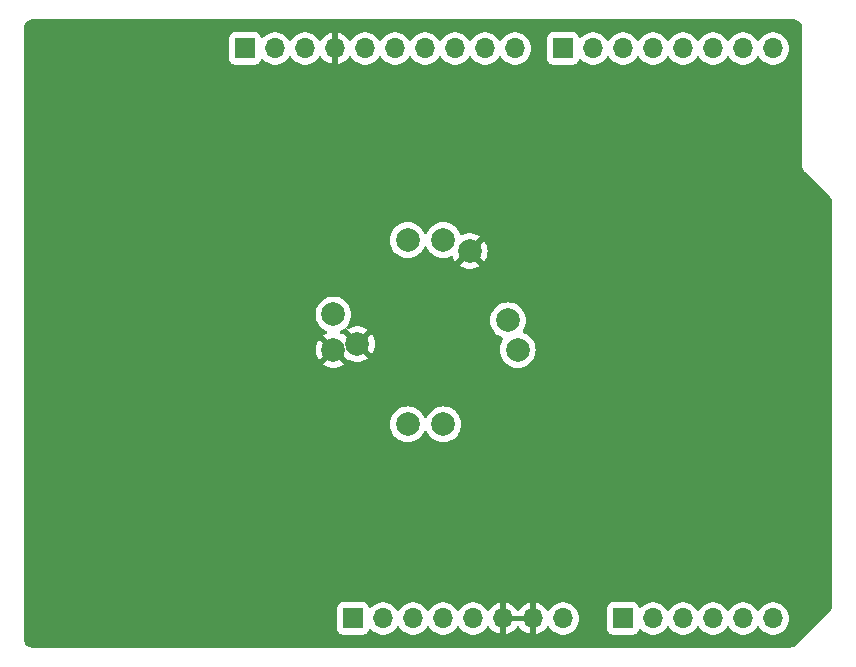
<source format=gbr>
%TF.GenerationSoftware,KiCad,Pcbnew,8.0.1-8.0.1-0~ubuntu23.10.1*%
%TF.CreationDate,2024-04-27T14:30:10-04:00*%
%TF.ProjectId,NavShield,4e617653-6869-4656-9c64-2e6b69636164,rev?*%
%TF.SameCoordinates,Original*%
%TF.FileFunction,Copper,L2,Bot*%
%TF.FilePolarity,Positive*%
%FSLAX46Y46*%
G04 Gerber Fmt 4.6, Leading zero omitted, Abs format (unit mm)*
G04 Created by KiCad (PCBNEW 8.0.1-8.0.1-0~ubuntu23.10.1) date 2024-04-27 14:30:10*
%MOMM*%
%LPD*%
G01*
G04 APERTURE LIST*
%TA.AperFunction,ComponentPad*%
%ADD10C,2.000000*%
%TD*%
%TA.AperFunction,ComponentPad*%
%ADD11R,1.700000X1.700000*%
%TD*%
%TA.AperFunction,ComponentPad*%
%ADD12O,1.700000X1.700000*%
%TD*%
%TA.AperFunction,ViaPad*%
%ADD13C,0.600000*%
%TD*%
G04 APERTURE END LIST*
D10*
%TO.P,SW101,10,GND*%
%TO.N,GND*%
X37830000Y33640000D03*
%TO.P,SW101,9,COM*%
X28300000Y25780000D03*
%TO.P,SW101,8,SEL*%
%TO.N,Net-(SW101B-SEL)*%
X41060000Y27780000D03*
%TO.P,SW101,7,DWN*%
%TO.N,Net-(SW101B-DWN)*%
X26280000Y28280000D03*
%TO.P,SW101,6,RGT*%
%TO.N,Net-(SW101B-RGT)*%
X32580000Y18980000D03*
%TO.P,SW101,5,LFT*%
%TO.N,Net-(SW101B-LFT)*%
X35580000Y34580000D03*
%TO.P,SW101,4,UP*%
%TO.N,Net-(SW101B-UP)*%
X41880000Y25280000D03*
%TO.P,SW101,3,B*%
%TO.N,Net-(SW101A-B)*%
X32580000Y34580000D03*
%TO.P,SW101,2,C*%
%TO.N,GND*%
X26280000Y25280000D03*
%TO.P,SW101,1,A*%
%TO.N,Net-(SW101A-A)*%
X35580000Y18980000D03*
%TD*%
D11*
%TO.P,J1,1,Pin_1*%
%TO.N,unconnected-(J1-Pin_1-Pad1)*%
X27940000Y2540000D03*
D12*
%TO.P,J1,2,Pin_2*%
%TO.N,/IOREF*%
X30480000Y2540000D03*
%TO.P,J1,3,Pin_3*%
%TO.N,/~{RESET}*%
X33020000Y2540000D03*
%TO.P,J1,4,Pin_4*%
%TO.N,+3V3*%
X35560000Y2540000D03*
%TO.P,J1,5,Pin_5*%
%TO.N,+5V*%
X38100000Y2540000D03*
%TO.P,J1,6,Pin_6*%
%TO.N,GND*%
X40640000Y2540000D03*
%TO.P,J1,7,Pin_7*%
X43180000Y2540000D03*
%TO.P,J1,8,Pin_8*%
%TO.N,VCC*%
X45720000Y2540000D03*
%TD*%
D11*
%TO.P,J3,1,Pin_1*%
%TO.N,/A0*%
X50800000Y2540000D03*
D12*
%TO.P,J3,2,Pin_2*%
%TO.N,/A1*%
X53340000Y2540000D03*
%TO.P,J3,3,Pin_3*%
%TO.N,/A2*%
X55880000Y2540000D03*
%TO.P,J3,4,Pin_4*%
%TO.N,/A3*%
X58420000Y2540000D03*
%TO.P,J3,5,Pin_5*%
%TO.N,unconnected-(J3-Pin_5-Pad5)*%
X60960000Y2540000D03*
%TO.P,J3,6,Pin_6*%
%TO.N,unconnected-(J3-Pin_6-Pad6)*%
X63500000Y2540000D03*
%TD*%
D11*
%TO.P,J2,1,Pin_1*%
%TO.N,/SCL{slash}A5*%
X18796000Y50800000D03*
D12*
%TO.P,J2,2,Pin_2*%
%TO.N,/SDA{slash}A4*%
X21336000Y50800000D03*
%TO.P,J2,3,Pin_3*%
%TO.N,/AREF*%
X23876000Y50800000D03*
%TO.P,J2,4,Pin_4*%
%TO.N,GND*%
X26416000Y50800000D03*
%TO.P,J2,5,Pin_5*%
%TO.N,/13*%
X28956000Y50800000D03*
%TO.P,J2,6,Pin_6*%
%TO.N,/12*%
X31496000Y50800000D03*
%TO.P,J2,7,Pin_7*%
%TO.N,/\u002A11*%
X34036000Y50800000D03*
%TO.P,J2,8,Pin_8*%
%TO.N,/\u002A10*%
X36576000Y50800000D03*
%TO.P,J2,9,Pin_9*%
%TO.N,/\u002A9*%
X39116000Y50800000D03*
%TO.P,J2,10,Pin_10*%
%TO.N,/8*%
X41656000Y50800000D03*
%TD*%
D11*
%TO.P,J4,1,Pin_1*%
%TO.N,/7*%
X45720000Y50800000D03*
D12*
%TO.P,J4,2,Pin_2*%
%TO.N,/\u002A6*%
X48260000Y50800000D03*
%TO.P,J4,3,Pin_3*%
%TO.N,/\u002A5*%
X50800000Y50800000D03*
%TO.P,J4,4,Pin_4*%
%TO.N,/4*%
X53340000Y50800000D03*
%TO.P,J4,5,Pin_5*%
%TO.N,/\u002A3*%
X55880000Y50800000D03*
%TO.P,J4,6,Pin_6*%
%TO.N,/2*%
X58420000Y50800000D03*
%TO.P,J4,7,Pin_7*%
%TO.N,/TX{slash}1*%
X60960000Y50800000D03*
%TO.P,J4,8,Pin_8*%
%TO.N,/RX{slash}0*%
X63500000Y50800000D03*
%TD*%
D13*
%TO.N,GND*%
X34100000Y17300000D03*
X34100000Y36200000D03*
X43700000Y48400000D03*
X47000000Y48400000D03*
X49600000Y48400000D03*
X52100000Y48400000D03*
X43600000Y26500000D03*
%TD*%
%TA.AperFunction,Conductor*%
%TO.N,GND*%
G36*
X42714075Y2732993D02*
G01*
X42680000Y2605826D01*
X42680000Y2474174D01*
X42714075Y2347007D01*
X42746988Y2290000D01*
X41073012Y2290000D01*
X41105925Y2347007D01*
X41140000Y2474174D01*
X41140000Y2605826D01*
X41105925Y2732993D01*
X41073012Y2790000D01*
X42746988Y2790000D01*
X42714075Y2732993D01*
G37*
%TD.AperFunction*%
%TA.AperFunction,Conductor*%
G36*
X27358380Y27121889D02*
G01*
X27410857Y27075759D01*
X27430063Y27008581D01*
X27429892Y27003660D01*
X28170590Y26262963D01*
X28107007Y26245925D01*
X27992993Y26180099D01*
X27899901Y26087007D01*
X27834075Y25972993D01*
X27817037Y25909410D01*
X27076562Y26649885D01*
X27061757Y26648349D01*
X27039800Y26629611D01*
X26970569Y26620190D01*
X26930125Y26633736D01*
X26884614Y26658365D01*
X26884604Y26658370D01*
X26878721Y26660389D01*
X26821706Y26700774D01*
X26795575Y26765574D01*
X26808626Y26834214D01*
X26856715Y26884901D01*
X26871532Y26892231D01*
X26966959Y26931758D01*
X26966960Y26931759D01*
X26966963Y26931760D01*
X27169416Y27055824D01*
X27225536Y27103756D01*
X27289294Y27132326D01*
X27358380Y27121889D01*
G37*
%TD.AperFunction*%
%TA.AperFunction,Conductor*%
G36*
X65284061Y53263903D02*
G01*
X65399777Y53252506D01*
X65423612Y53247766D01*
X65529037Y53215785D01*
X65551476Y53206490D01*
X65648629Y53154561D01*
X65668839Y53141057D01*
X65753988Y53071177D01*
X65771176Y53053989D01*
X65841056Y52968840D01*
X65854561Y52948628D01*
X65906486Y52851483D01*
X65915786Y52829032D01*
X65942625Y52740555D01*
X65947763Y52723619D01*
X65952505Y52699779D01*
X65963903Y52584063D01*
X65964500Y52571908D01*
X65964500Y40928568D01*
X65964520Y40928360D01*
X65964519Y40889722D01*
X65985136Y40759519D01*
X65985137Y40759515D01*
X66006773Y40692918D01*
X66025867Y40634146D01*
X66085710Y40516688D01*
X66085712Y40516685D01*
X66085716Y40516678D01*
X66163185Y40410045D01*
X66163191Y40410038D01*
X66209796Y40363431D01*
X66209797Y40363430D01*
X66244580Y40328645D01*
X66244586Y40328641D01*
X68299118Y38274109D01*
X68307285Y38265099D01*
X68381056Y38175202D01*
X68394549Y38155007D01*
X68446476Y38057849D01*
X68455775Y38035398D01*
X68487748Y37929984D01*
X68492489Y37906142D01*
X68503902Y37790213D01*
X68504499Y37778061D01*
X68504498Y37735185D01*
X68504500Y37735176D01*
X68504500Y3656602D01*
X68504498Y3656584D01*
X68504499Y3623717D01*
X68503902Y3611563D01*
X68492510Y3495860D01*
X68487768Y3472014D01*
X68455792Y3366604D01*
X68446488Y3344145D01*
X68394566Y3247009D01*
X68381057Y3226793D01*
X68307244Y3136863D01*
X68299081Y3127856D01*
X68286091Y3114865D01*
X68286090Y3114866D01*
X68286085Y3114859D01*
X65452109Y280883D01*
X65443089Y272708D01*
X65353210Y198952D01*
X65332999Y185448D01*
X65235853Y133526D01*
X65213395Y124224D01*
X65107986Y92252D01*
X65084143Y87511D01*
X64968212Y76098D01*
X64956060Y75501D01*
X64913185Y75502D01*
X64913175Y75500D01*
X768093Y75500D01*
X755939Y76097D01*
X747995Y76880D01*
X640221Y87495D01*
X616381Y92237D01*
X599445Y97375D01*
X510968Y124214D01*
X488517Y133514D01*
X391372Y185439D01*
X371160Y198944D01*
X286011Y268824D01*
X268823Y286012D01*
X198943Y371161D01*
X185438Y391373D01*
X133510Y488524D01*
X124215Y510963D01*
X92234Y616388D01*
X87494Y640223D01*
X76097Y755939D01*
X75500Y768093D01*
X75500Y1641346D01*
X26581500Y1641346D01*
X26588011Y1580798D01*
X26588011Y1580796D01*
X26639111Y1443796D01*
X26726739Y1326739D01*
X26843796Y1239111D01*
X26980799Y1188011D01*
X27008050Y1185082D01*
X27041345Y1181501D01*
X27041362Y1181500D01*
X28838638Y1181500D01*
X28838654Y1181501D01*
X28865692Y1184409D01*
X28899201Y1188011D01*
X29036204Y1239111D01*
X29153261Y1326739D01*
X29240889Y1443796D01*
X29286138Y1565113D01*
X29328009Y1621044D01*
X29393474Y1645461D01*
X29461746Y1630609D01*
X29493545Y1605764D01*
X29556760Y1537094D01*
X29734424Y1398811D01*
X29734425Y1398811D01*
X29734427Y1398809D01*
X29794314Y1366400D01*
X29932426Y1291658D01*
X30145365Y1218556D01*
X30367431Y1181500D01*
X30592569Y1181500D01*
X30814635Y1218556D01*
X31027574Y1291658D01*
X31225576Y1398811D01*
X31403240Y1537094D01*
X31524594Y1668918D01*
X31555715Y1702724D01*
X31555715Y1702725D01*
X31555722Y1702732D01*
X31646193Y1841210D01*
X31699338Y1886563D01*
X31768569Y1895987D01*
X31831905Y1866485D01*
X31853804Y1841213D01*
X31944278Y1702732D01*
X31944283Y1702727D01*
X31944284Y1702724D01*
X32070968Y1565111D01*
X32096760Y1537094D01*
X32274424Y1398811D01*
X32274425Y1398811D01*
X32274427Y1398809D01*
X32334314Y1366400D01*
X32472426Y1291658D01*
X32685365Y1218556D01*
X32907431Y1181500D01*
X33132569Y1181500D01*
X33354635Y1218556D01*
X33567574Y1291658D01*
X33765576Y1398811D01*
X33943240Y1537094D01*
X34064594Y1668918D01*
X34095715Y1702724D01*
X34095715Y1702725D01*
X34095722Y1702732D01*
X34186193Y1841210D01*
X34239338Y1886563D01*
X34308569Y1895987D01*
X34371905Y1866485D01*
X34393804Y1841213D01*
X34484278Y1702732D01*
X34484283Y1702727D01*
X34484284Y1702724D01*
X34610968Y1565111D01*
X34636760Y1537094D01*
X34814424Y1398811D01*
X34814425Y1398811D01*
X34814427Y1398809D01*
X34874314Y1366400D01*
X35012426Y1291658D01*
X35225365Y1218556D01*
X35447431Y1181500D01*
X35672569Y1181500D01*
X35894635Y1218556D01*
X36107574Y1291658D01*
X36305576Y1398811D01*
X36483240Y1537094D01*
X36604594Y1668918D01*
X36635715Y1702724D01*
X36635715Y1702725D01*
X36635722Y1702732D01*
X36726193Y1841210D01*
X36779338Y1886563D01*
X36848569Y1895987D01*
X36911905Y1866485D01*
X36933804Y1841213D01*
X37024278Y1702732D01*
X37024283Y1702727D01*
X37024284Y1702724D01*
X37150968Y1565111D01*
X37176760Y1537094D01*
X37354424Y1398811D01*
X37354425Y1398811D01*
X37354427Y1398809D01*
X37414314Y1366400D01*
X37552426Y1291658D01*
X37765365Y1218556D01*
X37987431Y1181500D01*
X38212569Y1181500D01*
X38434635Y1218556D01*
X38647574Y1291658D01*
X38845576Y1398811D01*
X39023240Y1537094D01*
X39144594Y1668918D01*
X39175715Y1702724D01*
X39175715Y1702725D01*
X39175722Y1702732D01*
X39269749Y1846653D01*
X39322894Y1892006D01*
X39392125Y1901430D01*
X39455461Y1871928D01*
X39475130Y1849952D01*
X39601890Y1668922D01*
X39768917Y1501895D01*
X39962421Y1366400D01*
X40176507Y1266571D01*
X40176516Y1266567D01*
X40390000Y1209366D01*
X40390000Y2106988D01*
X40447007Y2074075D01*
X40574174Y2040000D01*
X40705826Y2040000D01*
X40832993Y2074075D01*
X40890000Y2106988D01*
X40890000Y1209367D01*
X41103483Y1266567D01*
X41103492Y1266571D01*
X41317578Y1366400D01*
X41511082Y1501895D01*
X41678105Y1668918D01*
X41808425Y1855032D01*
X41863002Y1898656D01*
X41932501Y1905849D01*
X41994855Y1874327D01*
X42011575Y1855032D01*
X42141894Y1668918D01*
X42308917Y1501895D01*
X42502421Y1366400D01*
X42716507Y1266571D01*
X42716516Y1266567D01*
X42930000Y1209366D01*
X42930000Y2106988D01*
X42987007Y2074075D01*
X43114174Y2040000D01*
X43245826Y2040000D01*
X43372993Y2074075D01*
X43430000Y2106988D01*
X43430000Y1209367D01*
X43643483Y1266567D01*
X43643492Y1266571D01*
X43857578Y1366400D01*
X44051082Y1501895D01*
X44218105Y1668918D01*
X44344868Y1849952D01*
X44399445Y1893577D01*
X44468944Y1900769D01*
X44531298Y1869247D01*
X44550251Y1846650D01*
X44644276Y1702735D01*
X44644284Y1702724D01*
X44770968Y1565111D01*
X44796760Y1537094D01*
X44974424Y1398811D01*
X44974425Y1398811D01*
X44974427Y1398809D01*
X45034314Y1366400D01*
X45172426Y1291658D01*
X45385365Y1218556D01*
X45607431Y1181500D01*
X45832569Y1181500D01*
X46054635Y1218556D01*
X46267574Y1291658D01*
X46465576Y1398811D01*
X46643240Y1537094D01*
X46739212Y1641346D01*
X49441500Y1641346D01*
X49448011Y1580798D01*
X49448011Y1580796D01*
X49499111Y1443796D01*
X49586739Y1326739D01*
X49703796Y1239111D01*
X49840799Y1188011D01*
X49868050Y1185082D01*
X49901345Y1181501D01*
X49901362Y1181500D01*
X51698638Y1181500D01*
X51698654Y1181501D01*
X51725692Y1184409D01*
X51759201Y1188011D01*
X51896204Y1239111D01*
X52013261Y1326739D01*
X52100889Y1443796D01*
X52146138Y1565113D01*
X52188009Y1621044D01*
X52253474Y1645461D01*
X52321746Y1630609D01*
X52353545Y1605764D01*
X52416760Y1537094D01*
X52594424Y1398811D01*
X52594425Y1398811D01*
X52594427Y1398809D01*
X52654314Y1366400D01*
X52792426Y1291658D01*
X53005365Y1218556D01*
X53227431Y1181500D01*
X53452569Y1181500D01*
X53674635Y1218556D01*
X53887574Y1291658D01*
X54085576Y1398811D01*
X54263240Y1537094D01*
X54384594Y1668918D01*
X54415715Y1702724D01*
X54415715Y1702725D01*
X54415722Y1702732D01*
X54506193Y1841210D01*
X54559338Y1886563D01*
X54628569Y1895987D01*
X54691905Y1866485D01*
X54713804Y1841213D01*
X54804278Y1702732D01*
X54804283Y1702727D01*
X54804284Y1702724D01*
X54930968Y1565111D01*
X54956760Y1537094D01*
X55134424Y1398811D01*
X55134425Y1398811D01*
X55134427Y1398809D01*
X55194314Y1366400D01*
X55332426Y1291658D01*
X55545365Y1218556D01*
X55767431Y1181500D01*
X55992569Y1181500D01*
X56214635Y1218556D01*
X56427574Y1291658D01*
X56625576Y1398811D01*
X56803240Y1537094D01*
X56924594Y1668918D01*
X56955715Y1702724D01*
X56955715Y1702725D01*
X56955722Y1702732D01*
X57046193Y1841210D01*
X57099338Y1886563D01*
X57168569Y1895987D01*
X57231905Y1866485D01*
X57253804Y1841213D01*
X57344278Y1702732D01*
X57344283Y1702727D01*
X57344284Y1702724D01*
X57470968Y1565111D01*
X57496760Y1537094D01*
X57674424Y1398811D01*
X57674425Y1398811D01*
X57674427Y1398809D01*
X57734314Y1366400D01*
X57872426Y1291658D01*
X58085365Y1218556D01*
X58307431Y1181500D01*
X58532569Y1181500D01*
X58754635Y1218556D01*
X58967574Y1291658D01*
X59165576Y1398811D01*
X59343240Y1537094D01*
X59464594Y1668918D01*
X59495715Y1702724D01*
X59495715Y1702725D01*
X59495722Y1702732D01*
X59586193Y1841210D01*
X59639338Y1886563D01*
X59708569Y1895987D01*
X59771905Y1866485D01*
X59793804Y1841213D01*
X59884278Y1702732D01*
X59884283Y1702727D01*
X59884284Y1702724D01*
X60010968Y1565111D01*
X60036760Y1537094D01*
X60214424Y1398811D01*
X60214425Y1398811D01*
X60214427Y1398809D01*
X60274314Y1366400D01*
X60412426Y1291658D01*
X60625365Y1218556D01*
X60847431Y1181500D01*
X61072569Y1181500D01*
X61294635Y1218556D01*
X61507574Y1291658D01*
X61705576Y1398811D01*
X61883240Y1537094D01*
X62004594Y1668918D01*
X62035715Y1702724D01*
X62035715Y1702725D01*
X62035722Y1702732D01*
X62126193Y1841210D01*
X62179338Y1886563D01*
X62248569Y1895987D01*
X62311905Y1866485D01*
X62333804Y1841213D01*
X62424278Y1702732D01*
X62424283Y1702727D01*
X62424284Y1702724D01*
X62550968Y1565111D01*
X62576760Y1537094D01*
X62754424Y1398811D01*
X62754425Y1398811D01*
X62754427Y1398809D01*
X62814314Y1366400D01*
X62952426Y1291658D01*
X63165365Y1218556D01*
X63387431Y1181500D01*
X63612569Y1181500D01*
X63834635Y1218556D01*
X64047574Y1291658D01*
X64245576Y1398811D01*
X64423240Y1537094D01*
X64544594Y1668918D01*
X64575715Y1702724D01*
X64575717Y1702727D01*
X64575722Y1702732D01*
X64698860Y1891209D01*
X64789296Y2097384D01*
X64844564Y2315632D01*
X64847164Y2347007D01*
X64863156Y2539995D01*
X64863156Y2540006D01*
X64844565Y2764360D01*
X64844563Y2764372D01*
X64789296Y2982615D01*
X64779071Y3005925D01*
X64698860Y3188791D01*
X64682706Y3213516D01*
X64575723Y3377266D01*
X64575715Y3377277D01*
X64423243Y3542903D01*
X64423238Y3542908D01*
X64245577Y3681188D01*
X64245572Y3681192D01*
X64047580Y3788339D01*
X64047577Y3788341D01*
X64047574Y3788342D01*
X64047571Y3788343D01*
X64047569Y3788344D01*
X63834637Y3861444D01*
X63612569Y3898500D01*
X63387431Y3898500D01*
X63165362Y3861444D01*
X62952430Y3788344D01*
X62952419Y3788339D01*
X62754427Y3681192D01*
X62754422Y3681188D01*
X62576761Y3542908D01*
X62576756Y3542903D01*
X62424284Y3377277D01*
X62424276Y3377266D01*
X62333808Y3238794D01*
X62280662Y3193438D01*
X62211431Y3184014D01*
X62148095Y3213516D01*
X62126192Y3238794D01*
X62035723Y3377266D01*
X62035715Y3377277D01*
X61883243Y3542903D01*
X61883238Y3542908D01*
X61705577Y3681188D01*
X61705572Y3681192D01*
X61507580Y3788339D01*
X61507577Y3788341D01*
X61507574Y3788342D01*
X61507571Y3788343D01*
X61507569Y3788344D01*
X61294637Y3861444D01*
X61072569Y3898500D01*
X60847431Y3898500D01*
X60625362Y3861444D01*
X60412430Y3788344D01*
X60412419Y3788339D01*
X60214427Y3681192D01*
X60214422Y3681188D01*
X60036761Y3542908D01*
X60036756Y3542903D01*
X59884284Y3377277D01*
X59884276Y3377266D01*
X59793808Y3238794D01*
X59740662Y3193438D01*
X59671431Y3184014D01*
X59608095Y3213516D01*
X59586192Y3238794D01*
X59495723Y3377266D01*
X59495715Y3377277D01*
X59343243Y3542903D01*
X59343238Y3542908D01*
X59165577Y3681188D01*
X59165572Y3681192D01*
X58967580Y3788339D01*
X58967577Y3788341D01*
X58967574Y3788342D01*
X58967571Y3788343D01*
X58967569Y3788344D01*
X58754637Y3861444D01*
X58532569Y3898500D01*
X58307431Y3898500D01*
X58085362Y3861444D01*
X57872430Y3788344D01*
X57872419Y3788339D01*
X57674427Y3681192D01*
X57674422Y3681188D01*
X57496761Y3542908D01*
X57496756Y3542903D01*
X57344284Y3377277D01*
X57344276Y3377266D01*
X57253808Y3238794D01*
X57200662Y3193438D01*
X57131431Y3184014D01*
X57068095Y3213516D01*
X57046192Y3238794D01*
X56955723Y3377266D01*
X56955715Y3377277D01*
X56803243Y3542903D01*
X56803238Y3542908D01*
X56625577Y3681188D01*
X56625572Y3681192D01*
X56427580Y3788339D01*
X56427577Y3788341D01*
X56427574Y3788342D01*
X56427571Y3788343D01*
X56427569Y3788344D01*
X56214637Y3861444D01*
X55992569Y3898500D01*
X55767431Y3898500D01*
X55545362Y3861444D01*
X55332430Y3788344D01*
X55332419Y3788339D01*
X55134427Y3681192D01*
X55134422Y3681188D01*
X54956761Y3542908D01*
X54956756Y3542903D01*
X54804284Y3377277D01*
X54804276Y3377266D01*
X54713808Y3238794D01*
X54660662Y3193438D01*
X54591431Y3184014D01*
X54528095Y3213516D01*
X54506192Y3238794D01*
X54415723Y3377266D01*
X54415715Y3377277D01*
X54263243Y3542903D01*
X54263238Y3542908D01*
X54085577Y3681188D01*
X54085572Y3681192D01*
X53887580Y3788339D01*
X53887577Y3788341D01*
X53887574Y3788342D01*
X53887571Y3788343D01*
X53887569Y3788344D01*
X53674637Y3861444D01*
X53452569Y3898500D01*
X53227431Y3898500D01*
X53005362Y3861444D01*
X52792430Y3788344D01*
X52792419Y3788339D01*
X52594427Y3681192D01*
X52594422Y3681188D01*
X52416761Y3542908D01*
X52353548Y3474240D01*
X52293661Y3438250D01*
X52223823Y3440351D01*
X52166207Y3479876D01*
X52146138Y3514890D01*
X52100889Y3636204D01*
X52067214Y3681188D01*
X52013261Y3753261D01*
X51896204Y3840889D01*
X51759203Y3891989D01*
X51698654Y3898500D01*
X51698638Y3898500D01*
X49901362Y3898500D01*
X49901345Y3898500D01*
X49840797Y3891989D01*
X49840795Y3891989D01*
X49703795Y3840889D01*
X49586739Y3753261D01*
X49499111Y3636205D01*
X49448011Y3499205D01*
X49448011Y3499203D01*
X49441500Y3438655D01*
X49441500Y1641346D01*
X46739212Y1641346D01*
X46764594Y1668918D01*
X46795715Y1702724D01*
X46795717Y1702727D01*
X46795722Y1702732D01*
X46918860Y1891209D01*
X47009296Y2097384D01*
X47064564Y2315632D01*
X47067164Y2347007D01*
X47083156Y2539995D01*
X47083156Y2540006D01*
X47064565Y2764360D01*
X47064563Y2764372D01*
X47009296Y2982615D01*
X46999071Y3005925D01*
X46918860Y3188791D01*
X46902706Y3213516D01*
X46795723Y3377266D01*
X46795715Y3377277D01*
X46643243Y3542903D01*
X46643238Y3542908D01*
X46465577Y3681188D01*
X46465572Y3681192D01*
X46267580Y3788339D01*
X46267577Y3788341D01*
X46267574Y3788342D01*
X46267571Y3788343D01*
X46267569Y3788344D01*
X46054637Y3861444D01*
X45832569Y3898500D01*
X45607431Y3898500D01*
X45385362Y3861444D01*
X45172430Y3788344D01*
X45172419Y3788339D01*
X44974427Y3681192D01*
X44974422Y3681188D01*
X44796761Y3542908D01*
X44796756Y3542903D01*
X44644284Y3377277D01*
X44644276Y3377266D01*
X44550251Y3233350D01*
X44497105Y3187993D01*
X44427873Y3178570D01*
X44364538Y3208072D01*
X44344868Y3230049D01*
X44218113Y3411074D01*
X44218108Y3411080D01*
X44051082Y3578106D01*
X43857578Y3713601D01*
X43643492Y3813430D01*
X43643486Y3813433D01*
X43430000Y3870636D01*
X43430000Y2973012D01*
X43372993Y3005925D01*
X43245826Y3040000D01*
X43114174Y3040000D01*
X42987007Y3005925D01*
X42930000Y2973012D01*
X42930000Y3870636D01*
X42929999Y3870636D01*
X42716513Y3813433D01*
X42716507Y3813430D01*
X42502422Y3713601D01*
X42502420Y3713600D01*
X42308926Y3578114D01*
X42308920Y3578109D01*
X42141891Y3411080D01*
X42141890Y3411078D01*
X42011575Y3224969D01*
X41956998Y3181345D01*
X41887499Y3174152D01*
X41825145Y3205674D01*
X41808425Y3224969D01*
X41678109Y3411078D01*
X41678108Y3411080D01*
X41511082Y3578106D01*
X41317578Y3713601D01*
X41103492Y3813430D01*
X41103486Y3813433D01*
X40890000Y3870636D01*
X40890000Y2973012D01*
X40832993Y3005925D01*
X40705826Y3040000D01*
X40574174Y3040000D01*
X40447007Y3005925D01*
X40390000Y2973012D01*
X40390000Y3870636D01*
X40389999Y3870636D01*
X40176513Y3813433D01*
X40176507Y3813430D01*
X39962422Y3713601D01*
X39962420Y3713600D01*
X39768926Y3578114D01*
X39768920Y3578109D01*
X39601891Y3411080D01*
X39601890Y3411078D01*
X39475131Y3230048D01*
X39420554Y3186423D01*
X39351055Y3179231D01*
X39288701Y3210753D01*
X39269752Y3233344D01*
X39175722Y3377268D01*
X39175715Y3377275D01*
X39175715Y3377277D01*
X39023243Y3542903D01*
X39023238Y3542908D01*
X38845577Y3681188D01*
X38845572Y3681192D01*
X38647580Y3788339D01*
X38647577Y3788341D01*
X38647574Y3788342D01*
X38647571Y3788343D01*
X38647569Y3788344D01*
X38434637Y3861444D01*
X38212569Y3898500D01*
X37987431Y3898500D01*
X37765362Y3861444D01*
X37552430Y3788344D01*
X37552419Y3788339D01*
X37354427Y3681192D01*
X37354422Y3681188D01*
X37176761Y3542908D01*
X37176756Y3542903D01*
X37024284Y3377277D01*
X37024276Y3377266D01*
X36933808Y3238794D01*
X36880662Y3193438D01*
X36811431Y3184014D01*
X36748095Y3213516D01*
X36726192Y3238794D01*
X36635723Y3377266D01*
X36635715Y3377277D01*
X36483243Y3542903D01*
X36483238Y3542908D01*
X36305577Y3681188D01*
X36305572Y3681192D01*
X36107580Y3788339D01*
X36107577Y3788341D01*
X36107574Y3788342D01*
X36107571Y3788343D01*
X36107569Y3788344D01*
X35894637Y3861444D01*
X35672569Y3898500D01*
X35447431Y3898500D01*
X35225362Y3861444D01*
X35012430Y3788344D01*
X35012419Y3788339D01*
X34814427Y3681192D01*
X34814422Y3681188D01*
X34636761Y3542908D01*
X34636756Y3542903D01*
X34484284Y3377277D01*
X34484276Y3377266D01*
X34393808Y3238794D01*
X34340662Y3193438D01*
X34271431Y3184014D01*
X34208095Y3213516D01*
X34186192Y3238794D01*
X34095723Y3377266D01*
X34095715Y3377277D01*
X33943243Y3542903D01*
X33943238Y3542908D01*
X33765577Y3681188D01*
X33765572Y3681192D01*
X33567580Y3788339D01*
X33567577Y3788341D01*
X33567574Y3788342D01*
X33567571Y3788343D01*
X33567569Y3788344D01*
X33354637Y3861444D01*
X33132569Y3898500D01*
X32907431Y3898500D01*
X32685362Y3861444D01*
X32472430Y3788344D01*
X32472419Y3788339D01*
X32274427Y3681192D01*
X32274422Y3681188D01*
X32096761Y3542908D01*
X32096756Y3542903D01*
X31944284Y3377277D01*
X31944276Y3377266D01*
X31853808Y3238794D01*
X31800662Y3193438D01*
X31731431Y3184014D01*
X31668095Y3213516D01*
X31646192Y3238794D01*
X31555723Y3377266D01*
X31555715Y3377277D01*
X31403243Y3542903D01*
X31403238Y3542908D01*
X31225577Y3681188D01*
X31225572Y3681192D01*
X31027580Y3788339D01*
X31027577Y3788341D01*
X31027574Y3788342D01*
X31027571Y3788343D01*
X31027569Y3788344D01*
X30814637Y3861444D01*
X30592569Y3898500D01*
X30367431Y3898500D01*
X30145362Y3861444D01*
X29932430Y3788344D01*
X29932419Y3788339D01*
X29734427Y3681192D01*
X29734422Y3681188D01*
X29556761Y3542908D01*
X29493548Y3474240D01*
X29433661Y3438250D01*
X29363823Y3440351D01*
X29306207Y3479876D01*
X29286138Y3514890D01*
X29240889Y3636204D01*
X29207214Y3681188D01*
X29153261Y3753261D01*
X29036204Y3840889D01*
X28899203Y3891989D01*
X28838654Y3898500D01*
X28838638Y3898500D01*
X27041362Y3898500D01*
X27041345Y3898500D01*
X26980797Y3891989D01*
X26980795Y3891989D01*
X26843795Y3840889D01*
X26726739Y3753261D01*
X26639111Y3636205D01*
X26588011Y3499205D01*
X26588011Y3499203D01*
X26581500Y3438655D01*
X26581500Y1641346D01*
X75500Y1641346D01*
X75500Y18980000D01*
X31066835Y18980000D01*
X31085465Y18743286D01*
X31140895Y18512405D01*
X31140895Y18512403D01*
X31231757Y18293041D01*
X31231759Y18293038D01*
X31355820Y18090590D01*
X31355821Y18090587D01*
X31355824Y18090584D01*
X31510031Y17910031D01*
X31649797Y17790660D01*
X31690586Y17755822D01*
X31690589Y17755821D01*
X31893037Y17631760D01*
X31893040Y17631758D01*
X32112403Y17540896D01*
X32112404Y17540896D01*
X32112406Y17540895D01*
X32343289Y17485465D01*
X32580000Y17466835D01*
X32816711Y17485465D01*
X33047594Y17540895D01*
X33047596Y17540896D01*
X33047597Y17540896D01*
X33266959Y17631758D01*
X33266960Y17631759D01*
X33266963Y17631760D01*
X33469416Y17755824D01*
X33649969Y17910031D01*
X33804176Y18090584D01*
X33928240Y18293037D01*
X33965439Y18382843D01*
X34009279Y18437247D01*
X34075573Y18459312D01*
X34143273Y18442033D01*
X34190884Y18390896D01*
X34194561Y18382843D01*
X34231757Y18293041D01*
X34231759Y18293038D01*
X34355820Y18090590D01*
X34355821Y18090587D01*
X34355824Y18090584D01*
X34510031Y17910031D01*
X34649797Y17790660D01*
X34690586Y17755822D01*
X34690589Y17755821D01*
X34893037Y17631760D01*
X34893040Y17631758D01*
X35112403Y17540896D01*
X35112404Y17540896D01*
X35112406Y17540895D01*
X35343289Y17485465D01*
X35580000Y17466835D01*
X35816711Y17485465D01*
X36047594Y17540895D01*
X36047596Y17540896D01*
X36047597Y17540896D01*
X36266959Y17631758D01*
X36266960Y17631759D01*
X36266963Y17631760D01*
X36469416Y17755824D01*
X36649969Y17910031D01*
X36804176Y18090584D01*
X36928240Y18293037D01*
X36968775Y18390896D01*
X37019104Y18512403D01*
X37019104Y18512404D01*
X37019105Y18512406D01*
X37074535Y18743289D01*
X37093165Y18980000D01*
X37074535Y19216711D01*
X37019105Y19447594D01*
X37019104Y19447597D01*
X37019104Y19447598D01*
X36928242Y19666960D01*
X36928240Y19666963D01*
X36804179Y19869411D01*
X36804178Y19869414D01*
X36769340Y19910203D01*
X36649969Y20049969D01*
X36530596Y20151924D01*
X36469413Y20204179D01*
X36469410Y20204180D01*
X36266962Y20328241D01*
X36266959Y20328243D01*
X36047596Y20419105D01*
X35816714Y20474535D01*
X35580000Y20493165D01*
X35343285Y20474535D01*
X35112404Y20419105D01*
X35112402Y20419105D01*
X34893040Y20328243D01*
X34893037Y20328241D01*
X34690589Y20204180D01*
X34690586Y20204179D01*
X34510031Y20049969D01*
X34355821Y19869414D01*
X34355820Y19869411D01*
X34231759Y19666963D01*
X34231757Y19666960D01*
X34194561Y19577158D01*
X34150720Y19522754D01*
X34084426Y19500689D01*
X34016727Y19517968D01*
X33969116Y19569105D01*
X33965439Y19577158D01*
X33928242Y19666960D01*
X33928240Y19666963D01*
X33804179Y19869411D01*
X33804178Y19869414D01*
X33769340Y19910203D01*
X33649969Y20049969D01*
X33530596Y20151924D01*
X33469413Y20204179D01*
X33469410Y20204180D01*
X33266962Y20328241D01*
X33266959Y20328243D01*
X33047596Y20419105D01*
X32816714Y20474535D01*
X32580000Y20493165D01*
X32343285Y20474535D01*
X32112404Y20419105D01*
X32112402Y20419105D01*
X31893040Y20328243D01*
X31893037Y20328241D01*
X31690589Y20204180D01*
X31690586Y20204179D01*
X31510031Y20049969D01*
X31355821Y19869414D01*
X31355820Y19869411D01*
X31231759Y19666963D01*
X31231757Y19666960D01*
X31140895Y19447598D01*
X31140895Y19447596D01*
X31085465Y19216715D01*
X31066835Y18980000D01*
X75500Y18980000D01*
X75500Y28280000D01*
X24766835Y28280000D01*
X24785465Y28043286D01*
X24840895Y27812405D01*
X24840895Y27812403D01*
X24931757Y27593041D01*
X24931759Y27593038D01*
X25055820Y27390590D01*
X25055821Y27390587D01*
X25055824Y27390584D01*
X25210031Y27210031D01*
X25301012Y27132326D01*
X25390586Y27055822D01*
X25390589Y27055821D01*
X25593036Y26931760D01*
X25688468Y26892231D01*
X25742871Y26848390D01*
X25764936Y26782096D01*
X25747657Y26714397D01*
X25696520Y26666786D01*
X25681281Y26660390D01*
X25675397Y26658370D01*
X25675390Y26658368D01*
X25456761Y26540051D01*
X25409942Y26503612D01*
X25409942Y26503610D01*
X26150590Y25762963D01*
X26087007Y25745925D01*
X25972993Y25680099D01*
X25879901Y25587007D01*
X25814075Y25472993D01*
X25797037Y25409411D01*
X25056564Y26149884D01*
X24956267Y25996368D01*
X24856412Y25768718D01*
X24795387Y25527739D01*
X24795385Y25527730D01*
X24774859Y25280006D01*
X24774859Y25279995D01*
X24795385Y25032271D01*
X24795387Y25032262D01*
X24856412Y24791283D01*
X24956266Y24563636D01*
X25056564Y24410118D01*
X25797037Y25150591D01*
X25814075Y25087007D01*
X25879901Y24972993D01*
X25972993Y24879901D01*
X26087007Y24814075D01*
X26150590Y24797038D01*
X25409942Y24056391D01*
X25456768Y24019945D01*
X25456770Y24019944D01*
X25675385Y23901636D01*
X25675396Y23901631D01*
X25910506Y23820917D01*
X26155707Y23780000D01*
X26404293Y23780000D01*
X26649493Y23820917D01*
X26884603Y23901631D01*
X26884614Y23901636D01*
X27103228Y24019943D01*
X27103231Y24019945D01*
X27150056Y24056391D01*
X26409409Y24797038D01*
X26472993Y24814075D01*
X26587007Y24879901D01*
X26680099Y24972993D01*
X26745925Y25087007D01*
X26762962Y25150591D01*
X27503434Y24410118D01*
X27518235Y24411653D01*
X27540190Y24430390D01*
X27609422Y24439814D01*
X27649872Y24426266D01*
X27695381Y24401638D01*
X27695396Y24401631D01*
X27930506Y24320917D01*
X28175707Y24280000D01*
X28424293Y24280000D01*
X28669493Y24320917D01*
X28904603Y24401631D01*
X28904614Y24401636D01*
X29123228Y24519943D01*
X29123231Y24519945D01*
X29170056Y24556391D01*
X28429409Y25297038D01*
X28492993Y25314075D01*
X28607007Y25379901D01*
X28700099Y25472993D01*
X28765925Y25587007D01*
X28782962Y25650590D01*
X29523434Y24910118D01*
X29623731Y25063631D01*
X29723587Y25291283D01*
X29784612Y25532262D01*
X29784614Y25532271D01*
X29805141Y25779995D01*
X29805141Y25780006D01*
X29784614Y26027730D01*
X29784612Y26027739D01*
X29723587Y26268718D01*
X29623731Y26496370D01*
X29523434Y26649884D01*
X28782962Y25909411D01*
X28765925Y25972993D01*
X28700099Y26087007D01*
X28607007Y26180099D01*
X28492993Y26245925D01*
X28429410Y26262963D01*
X29170057Y27003610D01*
X29170056Y27003611D01*
X29123229Y27040057D01*
X28904614Y27158365D01*
X28904603Y27158370D01*
X28669493Y27239084D01*
X28424293Y27280000D01*
X28175707Y27280000D01*
X27930506Y27239084D01*
X27695396Y27158370D01*
X27695385Y27158365D01*
X27557201Y27083584D01*
X27488873Y27068989D01*
X27423501Y27093652D01*
X27381840Y27149743D01*
X27377118Y27219453D01*
X27403891Y27273167D01*
X27504176Y27390584D01*
X27628240Y27593037D01*
X27705682Y27780000D01*
X39546835Y27780000D01*
X39565465Y27543286D01*
X39620895Y27312405D01*
X39620895Y27312403D01*
X39711757Y27093041D01*
X39711759Y27093038D01*
X39835820Y26890590D01*
X39835821Y26890587D01*
X39871861Y26848390D01*
X39990031Y26710031D01*
X40085795Y26628241D01*
X40170586Y26555822D01*
X40170588Y26555822D01*
X40255786Y26503612D01*
X40373037Y26431760D01*
X40373040Y26431758D01*
X40592659Y26340790D01*
X40647063Y26296949D01*
X40669128Y26230655D01*
X40651849Y26162956D01*
X40650935Y26161439D01*
X40531756Y25966957D01*
X40440895Y25747598D01*
X40440895Y25747596D01*
X40385465Y25516715D01*
X40366835Y25280000D01*
X40385465Y25043286D01*
X40440895Y24812405D01*
X40440895Y24812403D01*
X40531757Y24593041D01*
X40531759Y24593038D01*
X40655820Y24390590D01*
X40655821Y24390587D01*
X40655824Y24390584D01*
X40810031Y24210031D01*
X40949797Y24090660D01*
X40990586Y24055822D01*
X40990589Y24055821D01*
X41193037Y23931760D01*
X41193040Y23931758D01*
X41412403Y23840896D01*
X41412404Y23840896D01*
X41412406Y23840895D01*
X41643289Y23785465D01*
X41880000Y23766835D01*
X42116711Y23785465D01*
X42347594Y23840895D01*
X42347596Y23840896D01*
X42347597Y23840896D01*
X42566959Y23931758D01*
X42566960Y23931759D01*
X42566963Y23931760D01*
X42769416Y24055824D01*
X42949969Y24210031D01*
X43104176Y24390584D01*
X43228240Y24593037D01*
X43319105Y24812406D01*
X43374535Y25043289D01*
X43393165Y25280000D01*
X43374535Y25516711D01*
X43319105Y25747594D01*
X43319104Y25747597D01*
X43319104Y25747598D01*
X43228242Y25966960D01*
X43228240Y25966963D01*
X43104179Y26169411D01*
X43104178Y26169414D01*
X42995252Y26296949D01*
X42949969Y26349969D01*
X42770079Y26503610D01*
X42769413Y26504179D01*
X42769410Y26504180D01*
X42566962Y26628241D01*
X42566959Y26628243D01*
X42347340Y26719211D01*
X42292936Y26763052D01*
X42270871Y26829346D01*
X42288150Y26897045D01*
X42289065Y26898562D01*
X42309409Y26931760D01*
X42408240Y27093037D01*
X42431729Y27149743D01*
X42499104Y27312403D01*
X42499104Y27312404D01*
X42499105Y27312406D01*
X42554535Y27543289D01*
X42573165Y27780000D01*
X42554535Y28016711D01*
X42499105Y28247594D01*
X42499104Y28247597D01*
X42499104Y28247598D01*
X42408242Y28466960D01*
X42408240Y28466963D01*
X42284179Y28669411D01*
X42284178Y28669414D01*
X42249340Y28710203D01*
X42129969Y28849969D01*
X41992987Y28966963D01*
X41949413Y29004179D01*
X41949410Y29004180D01*
X41746962Y29128241D01*
X41746959Y29128243D01*
X41527596Y29219105D01*
X41296714Y29274535D01*
X41060000Y29293165D01*
X40823285Y29274535D01*
X40592404Y29219105D01*
X40592402Y29219105D01*
X40373040Y29128243D01*
X40373037Y29128241D01*
X40170589Y29004180D01*
X40170586Y29004179D01*
X39990031Y28849969D01*
X39835821Y28669414D01*
X39835820Y28669411D01*
X39711759Y28466963D01*
X39711757Y28466960D01*
X39620895Y28247598D01*
X39620895Y28247596D01*
X39565465Y28016715D01*
X39546835Y27780000D01*
X27705682Y27780000D01*
X27719105Y27812406D01*
X27774535Y28043289D01*
X27793165Y28280000D01*
X27774535Y28516711D01*
X27719105Y28747594D01*
X27719104Y28747597D01*
X27719104Y28747598D01*
X27628242Y28966960D01*
X27628240Y28966963D01*
X27504179Y29169411D01*
X27504178Y29169414D01*
X27469340Y29210203D01*
X27349969Y29349969D01*
X27230596Y29451924D01*
X27169413Y29504179D01*
X27169410Y29504180D01*
X26966962Y29628241D01*
X26966959Y29628243D01*
X26747596Y29719105D01*
X26516714Y29774535D01*
X26280000Y29793165D01*
X26043285Y29774535D01*
X25812404Y29719105D01*
X25812402Y29719105D01*
X25593040Y29628243D01*
X25593037Y29628241D01*
X25390589Y29504180D01*
X25390586Y29504179D01*
X25210031Y29349969D01*
X25055821Y29169414D01*
X25055820Y29169411D01*
X24931759Y28966963D01*
X24931757Y28966960D01*
X24840895Y28747598D01*
X24840895Y28747596D01*
X24785465Y28516715D01*
X24766835Y28280000D01*
X75500Y28280000D01*
X75500Y34580000D01*
X31066835Y34580000D01*
X31085465Y34343286D01*
X31140895Y34112405D01*
X31140895Y34112403D01*
X31231757Y33893041D01*
X31231759Y33893038D01*
X31355820Y33690590D01*
X31355821Y33690587D01*
X31355824Y33690584D01*
X31510031Y33510031D01*
X31583823Y33447007D01*
X31690586Y33355822D01*
X31690589Y33355821D01*
X31893037Y33231760D01*
X31893040Y33231758D01*
X32112403Y33140896D01*
X32112404Y33140896D01*
X32112406Y33140895D01*
X32343289Y33085465D01*
X32580000Y33066835D01*
X32816711Y33085465D01*
X33047594Y33140895D01*
X33047596Y33140896D01*
X33047597Y33140896D01*
X33266959Y33231758D01*
X33266960Y33231759D01*
X33266963Y33231760D01*
X33469416Y33355824D01*
X33649969Y33510031D01*
X33804176Y33690584D01*
X33928240Y33893037D01*
X33965439Y33982843D01*
X34009279Y34037247D01*
X34075573Y34059312D01*
X34143273Y34042033D01*
X34190884Y33990896D01*
X34194561Y33982843D01*
X34231757Y33893041D01*
X34231759Y33893038D01*
X34355820Y33690590D01*
X34355821Y33690587D01*
X34355824Y33690584D01*
X34510031Y33510031D01*
X34583823Y33447007D01*
X34690586Y33355822D01*
X34690589Y33355821D01*
X34893037Y33231760D01*
X34893040Y33231758D01*
X35112403Y33140896D01*
X35112404Y33140896D01*
X35112406Y33140895D01*
X35343289Y33085465D01*
X35580000Y33066835D01*
X35816711Y33085465D01*
X36047594Y33140895D01*
X36242968Y33221821D01*
X36312438Y33229290D01*
X36374917Y33198015D01*
X36402689Y33155249D01*
X36404352Y33155978D01*
X36506266Y32923636D01*
X36606564Y32770118D01*
X37347037Y33510592D01*
X37364075Y33447007D01*
X37429901Y33332993D01*
X37522993Y33239901D01*
X37637007Y33174075D01*
X37700590Y33157038D01*
X36959942Y32416391D01*
X37006768Y32379945D01*
X37006770Y32379944D01*
X37225385Y32261636D01*
X37225396Y32261631D01*
X37460506Y32180917D01*
X37705707Y32140000D01*
X37954293Y32140000D01*
X38199493Y32180917D01*
X38434603Y32261631D01*
X38434614Y32261636D01*
X38653228Y32379943D01*
X38653231Y32379945D01*
X38700056Y32416391D01*
X37959409Y33157038D01*
X38022993Y33174075D01*
X38137007Y33239901D01*
X38230099Y33332993D01*
X38295925Y33447007D01*
X38312962Y33510590D01*
X39053434Y32770118D01*
X39153731Y32923631D01*
X39253587Y33151283D01*
X39314612Y33392262D01*
X39314614Y33392271D01*
X39335141Y33639995D01*
X39335141Y33640006D01*
X39314614Y33887730D01*
X39314612Y33887739D01*
X39253587Y34128718D01*
X39153731Y34356370D01*
X39053434Y34509884D01*
X38312962Y33769411D01*
X38295925Y33832993D01*
X38230099Y33947007D01*
X38137007Y34040099D01*
X38022993Y34105925D01*
X37959408Y34122963D01*
X38700057Y34863611D01*
X38653229Y34900057D01*
X38434614Y35018365D01*
X38434603Y35018370D01*
X38199493Y35099084D01*
X37954293Y35140000D01*
X37705707Y35140000D01*
X37460506Y35099084D01*
X37225400Y35018371D01*
X37225390Y35018367D01*
X37187716Y34997979D01*
X37119387Y34983385D01*
X37054015Y35008049D01*
X37014139Y35059583D01*
X36928242Y35266960D01*
X36928240Y35266963D01*
X36804179Y35469411D01*
X36804178Y35469414D01*
X36769340Y35510203D01*
X36649969Y35649969D01*
X36530596Y35751924D01*
X36469413Y35804179D01*
X36469410Y35804180D01*
X36266962Y35928241D01*
X36266959Y35928243D01*
X36047596Y36019105D01*
X35816714Y36074535D01*
X35580000Y36093165D01*
X35343285Y36074535D01*
X35112404Y36019105D01*
X35112402Y36019105D01*
X34893040Y35928243D01*
X34893037Y35928241D01*
X34690589Y35804180D01*
X34690586Y35804179D01*
X34510031Y35649969D01*
X34355821Y35469414D01*
X34355820Y35469411D01*
X34231759Y35266963D01*
X34231757Y35266960D01*
X34194561Y35177158D01*
X34150720Y35122754D01*
X34084426Y35100689D01*
X34016727Y35117968D01*
X33969116Y35169105D01*
X33965439Y35177158D01*
X33928242Y35266960D01*
X33928240Y35266963D01*
X33804179Y35469411D01*
X33804178Y35469414D01*
X33769340Y35510203D01*
X33649969Y35649969D01*
X33530596Y35751924D01*
X33469413Y35804179D01*
X33469410Y35804180D01*
X33266962Y35928241D01*
X33266959Y35928243D01*
X33047596Y36019105D01*
X32816714Y36074535D01*
X32580000Y36093165D01*
X32343285Y36074535D01*
X32112404Y36019105D01*
X32112402Y36019105D01*
X31893040Y35928243D01*
X31893037Y35928241D01*
X31690589Y35804180D01*
X31690586Y35804179D01*
X31510031Y35649969D01*
X31355821Y35469414D01*
X31355820Y35469411D01*
X31231759Y35266963D01*
X31231757Y35266960D01*
X31140895Y35047598D01*
X31140895Y35047596D01*
X31085465Y34816715D01*
X31066835Y34580000D01*
X75500Y34580000D01*
X75500Y49901346D01*
X17437500Y49901346D01*
X17444011Y49840798D01*
X17444011Y49840796D01*
X17495111Y49703796D01*
X17582739Y49586739D01*
X17699796Y49499111D01*
X17836799Y49448011D01*
X17864050Y49445082D01*
X17897345Y49441501D01*
X17897362Y49441500D01*
X19694638Y49441500D01*
X19694654Y49441501D01*
X19721692Y49444409D01*
X19755201Y49448011D01*
X19892204Y49499111D01*
X20009261Y49586739D01*
X20096889Y49703796D01*
X20142138Y49825113D01*
X20184009Y49881044D01*
X20249474Y49905461D01*
X20317746Y49890609D01*
X20349545Y49865764D01*
X20412760Y49797094D01*
X20590424Y49658811D01*
X20590425Y49658811D01*
X20590427Y49658809D01*
X20650314Y49626400D01*
X20788426Y49551658D01*
X21001365Y49478556D01*
X21223431Y49441500D01*
X21448569Y49441500D01*
X21670635Y49478556D01*
X21883574Y49551658D01*
X22081576Y49658811D01*
X22259240Y49797094D01*
X22380594Y49928918D01*
X22411715Y49962724D01*
X22411715Y49962725D01*
X22411722Y49962732D01*
X22502193Y50101210D01*
X22555338Y50146563D01*
X22624569Y50155987D01*
X22687905Y50126485D01*
X22709804Y50101213D01*
X22800278Y49962732D01*
X22800283Y49962727D01*
X22800284Y49962724D01*
X22926968Y49825111D01*
X22952760Y49797094D01*
X23130424Y49658811D01*
X23130425Y49658811D01*
X23130427Y49658809D01*
X23190314Y49626400D01*
X23328426Y49551658D01*
X23541365Y49478556D01*
X23763431Y49441500D01*
X23988569Y49441500D01*
X24210635Y49478556D01*
X24423574Y49551658D01*
X24621576Y49658811D01*
X24799240Y49797094D01*
X24920594Y49928918D01*
X24951715Y49962724D01*
X24951715Y49962725D01*
X24951722Y49962732D01*
X25045749Y50106653D01*
X25098894Y50152006D01*
X25168125Y50161430D01*
X25231461Y50131928D01*
X25251130Y50109952D01*
X25377890Y49928922D01*
X25544917Y49761895D01*
X25738421Y49626400D01*
X25952507Y49526571D01*
X25952516Y49526567D01*
X26166000Y49469366D01*
X26166000Y50366988D01*
X26223007Y50334075D01*
X26350174Y50300000D01*
X26481826Y50300000D01*
X26608993Y50334075D01*
X26666000Y50366988D01*
X26666000Y49469367D01*
X26879483Y49526567D01*
X26879492Y49526571D01*
X27093578Y49626400D01*
X27287082Y49761895D01*
X27454105Y49928918D01*
X27580868Y50109952D01*
X27635445Y50153577D01*
X27704944Y50160769D01*
X27767298Y50129247D01*
X27786251Y50106650D01*
X27880276Y49962735D01*
X27880284Y49962724D01*
X28006968Y49825111D01*
X28032760Y49797094D01*
X28210424Y49658811D01*
X28210425Y49658811D01*
X28210427Y49658809D01*
X28270314Y49626400D01*
X28408426Y49551658D01*
X28621365Y49478556D01*
X28843431Y49441500D01*
X29068569Y49441500D01*
X29290635Y49478556D01*
X29503574Y49551658D01*
X29701576Y49658811D01*
X29879240Y49797094D01*
X30000594Y49928918D01*
X30031715Y49962724D01*
X30031715Y49962725D01*
X30031722Y49962732D01*
X30122193Y50101210D01*
X30175338Y50146563D01*
X30244569Y50155987D01*
X30307905Y50126485D01*
X30329804Y50101213D01*
X30420278Y49962732D01*
X30420283Y49962727D01*
X30420284Y49962724D01*
X30546968Y49825111D01*
X30572760Y49797094D01*
X30750424Y49658811D01*
X30750425Y49658811D01*
X30750427Y49658809D01*
X30810314Y49626400D01*
X30948426Y49551658D01*
X31161365Y49478556D01*
X31383431Y49441500D01*
X31608569Y49441500D01*
X31830635Y49478556D01*
X32043574Y49551658D01*
X32241576Y49658811D01*
X32419240Y49797094D01*
X32540594Y49928918D01*
X32571715Y49962724D01*
X32571715Y49962725D01*
X32571722Y49962732D01*
X32662193Y50101210D01*
X32715338Y50146563D01*
X32784569Y50155987D01*
X32847905Y50126485D01*
X32869804Y50101213D01*
X32960278Y49962732D01*
X32960283Y49962727D01*
X32960284Y49962724D01*
X33086968Y49825111D01*
X33112760Y49797094D01*
X33290424Y49658811D01*
X33290425Y49658811D01*
X33290427Y49658809D01*
X33350314Y49626400D01*
X33488426Y49551658D01*
X33701365Y49478556D01*
X33923431Y49441500D01*
X34148569Y49441500D01*
X34370635Y49478556D01*
X34583574Y49551658D01*
X34781576Y49658811D01*
X34959240Y49797094D01*
X35080594Y49928918D01*
X35111715Y49962724D01*
X35111715Y49962725D01*
X35111722Y49962732D01*
X35202193Y50101210D01*
X35255338Y50146563D01*
X35324569Y50155987D01*
X35387905Y50126485D01*
X35409804Y50101213D01*
X35500278Y49962732D01*
X35500283Y49962727D01*
X35500284Y49962724D01*
X35626968Y49825111D01*
X35652760Y49797094D01*
X35830424Y49658811D01*
X35830425Y49658811D01*
X35830427Y49658809D01*
X35890314Y49626400D01*
X36028426Y49551658D01*
X36241365Y49478556D01*
X36463431Y49441500D01*
X36688569Y49441500D01*
X36910635Y49478556D01*
X37123574Y49551658D01*
X37321576Y49658811D01*
X37499240Y49797094D01*
X37620594Y49928918D01*
X37651715Y49962724D01*
X37651715Y49962725D01*
X37651722Y49962732D01*
X37742193Y50101210D01*
X37795338Y50146563D01*
X37864569Y50155987D01*
X37927905Y50126485D01*
X37949804Y50101213D01*
X38040278Y49962732D01*
X38040283Y49962727D01*
X38040284Y49962724D01*
X38166968Y49825111D01*
X38192760Y49797094D01*
X38370424Y49658811D01*
X38370425Y49658811D01*
X38370427Y49658809D01*
X38430314Y49626400D01*
X38568426Y49551658D01*
X38781365Y49478556D01*
X39003431Y49441500D01*
X39228569Y49441500D01*
X39450635Y49478556D01*
X39663574Y49551658D01*
X39861576Y49658811D01*
X40039240Y49797094D01*
X40160594Y49928918D01*
X40191715Y49962724D01*
X40191715Y49962725D01*
X40191722Y49962732D01*
X40282193Y50101210D01*
X40335338Y50146563D01*
X40404569Y50155987D01*
X40467905Y50126485D01*
X40489804Y50101213D01*
X40580278Y49962732D01*
X40580283Y49962727D01*
X40580284Y49962724D01*
X40706968Y49825111D01*
X40732760Y49797094D01*
X40910424Y49658811D01*
X40910425Y49658811D01*
X40910427Y49658809D01*
X40970314Y49626400D01*
X41108426Y49551658D01*
X41321365Y49478556D01*
X41543431Y49441500D01*
X41768569Y49441500D01*
X41990635Y49478556D01*
X42203574Y49551658D01*
X42401576Y49658811D01*
X42579240Y49797094D01*
X42675212Y49901346D01*
X44361500Y49901346D01*
X44368011Y49840798D01*
X44368011Y49840796D01*
X44419111Y49703796D01*
X44506739Y49586739D01*
X44623796Y49499111D01*
X44760799Y49448011D01*
X44788050Y49445082D01*
X44821345Y49441501D01*
X44821362Y49441500D01*
X46618638Y49441500D01*
X46618654Y49441501D01*
X46645692Y49444409D01*
X46679201Y49448011D01*
X46816204Y49499111D01*
X46933261Y49586739D01*
X47020889Y49703796D01*
X47066138Y49825113D01*
X47108009Y49881044D01*
X47173474Y49905461D01*
X47241746Y49890609D01*
X47273545Y49865764D01*
X47336760Y49797094D01*
X47514424Y49658811D01*
X47514425Y49658811D01*
X47514427Y49658809D01*
X47574314Y49626400D01*
X47712426Y49551658D01*
X47925365Y49478556D01*
X48147431Y49441500D01*
X48372569Y49441500D01*
X48594635Y49478556D01*
X48807574Y49551658D01*
X49005576Y49658811D01*
X49183240Y49797094D01*
X49304594Y49928918D01*
X49335715Y49962724D01*
X49335715Y49962725D01*
X49335722Y49962732D01*
X49426193Y50101210D01*
X49479338Y50146563D01*
X49548569Y50155987D01*
X49611905Y50126485D01*
X49633804Y50101213D01*
X49724278Y49962732D01*
X49724283Y49962727D01*
X49724284Y49962724D01*
X49850968Y49825111D01*
X49876760Y49797094D01*
X50054424Y49658811D01*
X50054425Y49658811D01*
X50054427Y49658809D01*
X50114314Y49626400D01*
X50252426Y49551658D01*
X50465365Y49478556D01*
X50687431Y49441500D01*
X50912569Y49441500D01*
X51134635Y49478556D01*
X51347574Y49551658D01*
X51545576Y49658811D01*
X51723240Y49797094D01*
X51844594Y49928918D01*
X51875715Y49962724D01*
X51875715Y49962725D01*
X51875722Y49962732D01*
X51966193Y50101210D01*
X52019338Y50146563D01*
X52088569Y50155987D01*
X52151905Y50126485D01*
X52173804Y50101213D01*
X52264278Y49962732D01*
X52264283Y49962727D01*
X52264284Y49962724D01*
X52390968Y49825111D01*
X52416760Y49797094D01*
X52594424Y49658811D01*
X52594425Y49658811D01*
X52594427Y49658809D01*
X52654314Y49626400D01*
X52792426Y49551658D01*
X53005365Y49478556D01*
X53227431Y49441500D01*
X53452569Y49441500D01*
X53674635Y49478556D01*
X53887574Y49551658D01*
X54085576Y49658811D01*
X54263240Y49797094D01*
X54384594Y49928918D01*
X54415715Y49962724D01*
X54415715Y49962725D01*
X54415722Y49962732D01*
X54506193Y50101210D01*
X54559338Y50146563D01*
X54628569Y50155987D01*
X54691905Y50126485D01*
X54713804Y50101213D01*
X54804278Y49962732D01*
X54804283Y49962727D01*
X54804284Y49962724D01*
X54930968Y49825111D01*
X54956760Y49797094D01*
X55134424Y49658811D01*
X55134425Y49658811D01*
X55134427Y49658809D01*
X55194314Y49626400D01*
X55332426Y49551658D01*
X55545365Y49478556D01*
X55767431Y49441500D01*
X55992569Y49441500D01*
X56214635Y49478556D01*
X56427574Y49551658D01*
X56625576Y49658811D01*
X56803240Y49797094D01*
X56924594Y49928918D01*
X56955715Y49962724D01*
X56955715Y49962725D01*
X56955722Y49962732D01*
X57046193Y50101210D01*
X57099338Y50146563D01*
X57168569Y50155987D01*
X57231905Y50126485D01*
X57253804Y50101213D01*
X57344278Y49962732D01*
X57344283Y49962727D01*
X57344284Y49962724D01*
X57470968Y49825111D01*
X57496760Y49797094D01*
X57674424Y49658811D01*
X57674425Y49658811D01*
X57674427Y49658809D01*
X57734314Y49626400D01*
X57872426Y49551658D01*
X58085365Y49478556D01*
X58307431Y49441500D01*
X58532569Y49441500D01*
X58754635Y49478556D01*
X58967574Y49551658D01*
X59165576Y49658811D01*
X59343240Y49797094D01*
X59464594Y49928918D01*
X59495715Y49962724D01*
X59495715Y49962725D01*
X59495722Y49962732D01*
X59586193Y50101210D01*
X59639338Y50146563D01*
X59708569Y50155987D01*
X59771905Y50126485D01*
X59793804Y50101213D01*
X59884278Y49962732D01*
X59884283Y49962727D01*
X59884284Y49962724D01*
X60010968Y49825111D01*
X60036760Y49797094D01*
X60214424Y49658811D01*
X60214425Y49658811D01*
X60214427Y49658809D01*
X60274314Y49626400D01*
X60412426Y49551658D01*
X60625365Y49478556D01*
X60847431Y49441500D01*
X61072569Y49441500D01*
X61294635Y49478556D01*
X61507574Y49551658D01*
X61705576Y49658811D01*
X61883240Y49797094D01*
X62004594Y49928918D01*
X62035715Y49962724D01*
X62035715Y49962725D01*
X62035722Y49962732D01*
X62126193Y50101210D01*
X62179338Y50146563D01*
X62248569Y50155987D01*
X62311905Y50126485D01*
X62333804Y50101213D01*
X62424278Y49962732D01*
X62424283Y49962727D01*
X62424284Y49962724D01*
X62550968Y49825111D01*
X62576760Y49797094D01*
X62754424Y49658811D01*
X62754425Y49658811D01*
X62754427Y49658809D01*
X62814314Y49626400D01*
X62952426Y49551658D01*
X63165365Y49478556D01*
X63387431Y49441500D01*
X63612569Y49441500D01*
X63834635Y49478556D01*
X64047574Y49551658D01*
X64245576Y49658811D01*
X64423240Y49797094D01*
X64544594Y49928918D01*
X64575715Y49962724D01*
X64575717Y49962727D01*
X64575722Y49962732D01*
X64698860Y50151209D01*
X64789296Y50357384D01*
X64844564Y50575632D01*
X64847164Y50607007D01*
X64863156Y50799995D01*
X64863156Y50800006D01*
X64844565Y51024360D01*
X64844563Y51024372D01*
X64789296Y51242615D01*
X64779071Y51265925D01*
X64698860Y51448791D01*
X64682706Y51473516D01*
X64575723Y51637266D01*
X64575715Y51637277D01*
X64423243Y51802903D01*
X64423238Y51802908D01*
X64245577Y51941188D01*
X64245572Y51941192D01*
X64047580Y52048339D01*
X64047577Y52048341D01*
X64047574Y52048342D01*
X64047571Y52048343D01*
X64047569Y52048344D01*
X63834637Y52121444D01*
X63612569Y52158500D01*
X63387431Y52158500D01*
X63165362Y52121444D01*
X62952430Y52048344D01*
X62952419Y52048339D01*
X62754427Y51941192D01*
X62754422Y51941188D01*
X62576761Y51802908D01*
X62576756Y51802903D01*
X62424284Y51637277D01*
X62424276Y51637266D01*
X62333808Y51498794D01*
X62280662Y51453438D01*
X62211431Y51444014D01*
X62148095Y51473516D01*
X62126192Y51498794D01*
X62035723Y51637266D01*
X62035715Y51637277D01*
X61883243Y51802903D01*
X61883238Y51802908D01*
X61705577Y51941188D01*
X61705572Y51941192D01*
X61507580Y52048339D01*
X61507577Y52048341D01*
X61507574Y52048342D01*
X61507571Y52048343D01*
X61507569Y52048344D01*
X61294637Y52121444D01*
X61072569Y52158500D01*
X60847431Y52158500D01*
X60625362Y52121444D01*
X60412430Y52048344D01*
X60412419Y52048339D01*
X60214427Y51941192D01*
X60214422Y51941188D01*
X60036761Y51802908D01*
X60036756Y51802903D01*
X59884284Y51637277D01*
X59884276Y51637266D01*
X59793808Y51498794D01*
X59740662Y51453438D01*
X59671431Y51444014D01*
X59608095Y51473516D01*
X59586192Y51498794D01*
X59495723Y51637266D01*
X59495715Y51637277D01*
X59343243Y51802903D01*
X59343238Y51802908D01*
X59165577Y51941188D01*
X59165572Y51941192D01*
X58967580Y52048339D01*
X58967577Y52048341D01*
X58967574Y52048342D01*
X58967571Y52048343D01*
X58967569Y52048344D01*
X58754637Y52121444D01*
X58532569Y52158500D01*
X58307431Y52158500D01*
X58085362Y52121444D01*
X57872430Y52048344D01*
X57872419Y52048339D01*
X57674427Y51941192D01*
X57674422Y51941188D01*
X57496761Y51802908D01*
X57496756Y51802903D01*
X57344284Y51637277D01*
X57344276Y51637266D01*
X57253808Y51498794D01*
X57200662Y51453438D01*
X57131431Y51444014D01*
X57068095Y51473516D01*
X57046192Y51498794D01*
X56955723Y51637266D01*
X56955715Y51637277D01*
X56803243Y51802903D01*
X56803238Y51802908D01*
X56625577Y51941188D01*
X56625572Y51941192D01*
X56427580Y52048339D01*
X56427577Y52048341D01*
X56427574Y52048342D01*
X56427571Y52048343D01*
X56427569Y52048344D01*
X56214637Y52121444D01*
X55992569Y52158500D01*
X55767431Y52158500D01*
X55545362Y52121444D01*
X55332430Y52048344D01*
X55332419Y52048339D01*
X55134427Y51941192D01*
X55134422Y51941188D01*
X54956761Y51802908D01*
X54956756Y51802903D01*
X54804284Y51637277D01*
X54804276Y51637266D01*
X54713808Y51498794D01*
X54660662Y51453438D01*
X54591431Y51444014D01*
X54528095Y51473516D01*
X54506192Y51498794D01*
X54415723Y51637266D01*
X54415715Y51637277D01*
X54263243Y51802903D01*
X54263238Y51802908D01*
X54085577Y51941188D01*
X54085572Y51941192D01*
X53887580Y52048339D01*
X53887577Y52048341D01*
X53887574Y52048342D01*
X53887571Y52048343D01*
X53887569Y52048344D01*
X53674637Y52121444D01*
X53452569Y52158500D01*
X53227431Y52158500D01*
X53005362Y52121444D01*
X52792430Y52048344D01*
X52792419Y52048339D01*
X52594427Y51941192D01*
X52594422Y51941188D01*
X52416761Y51802908D01*
X52416756Y51802903D01*
X52264284Y51637277D01*
X52264276Y51637266D01*
X52173808Y51498794D01*
X52120662Y51453438D01*
X52051431Y51444014D01*
X51988095Y51473516D01*
X51966192Y51498794D01*
X51875723Y51637266D01*
X51875715Y51637277D01*
X51723243Y51802903D01*
X51723238Y51802908D01*
X51545577Y51941188D01*
X51545572Y51941192D01*
X51347580Y52048339D01*
X51347577Y52048341D01*
X51347574Y52048342D01*
X51347571Y52048343D01*
X51347569Y52048344D01*
X51134637Y52121444D01*
X50912569Y52158500D01*
X50687431Y52158500D01*
X50465362Y52121444D01*
X50252430Y52048344D01*
X50252419Y52048339D01*
X50054427Y51941192D01*
X50054422Y51941188D01*
X49876761Y51802908D01*
X49876756Y51802903D01*
X49724284Y51637277D01*
X49724276Y51637266D01*
X49633808Y51498794D01*
X49580662Y51453438D01*
X49511431Y51444014D01*
X49448095Y51473516D01*
X49426192Y51498794D01*
X49335723Y51637266D01*
X49335715Y51637277D01*
X49183243Y51802903D01*
X49183238Y51802908D01*
X49005577Y51941188D01*
X49005572Y51941192D01*
X48807580Y52048339D01*
X48807577Y52048341D01*
X48807574Y52048342D01*
X48807571Y52048343D01*
X48807569Y52048344D01*
X48594637Y52121444D01*
X48372569Y52158500D01*
X48147431Y52158500D01*
X47925362Y52121444D01*
X47712430Y52048344D01*
X47712419Y52048339D01*
X47514427Y51941192D01*
X47514422Y51941188D01*
X47336761Y51802908D01*
X47273548Y51734240D01*
X47213661Y51698250D01*
X47143823Y51700351D01*
X47086207Y51739876D01*
X47066138Y51774890D01*
X47020889Y51896204D01*
X46987214Y51941188D01*
X46933261Y52013261D01*
X46816204Y52100889D01*
X46679203Y52151989D01*
X46618654Y52158500D01*
X46618638Y52158500D01*
X44821362Y52158500D01*
X44821345Y52158500D01*
X44760797Y52151989D01*
X44760795Y52151989D01*
X44623795Y52100889D01*
X44506739Y52013261D01*
X44419111Y51896205D01*
X44368011Y51759205D01*
X44368011Y51759203D01*
X44361500Y51698655D01*
X44361500Y49901346D01*
X42675212Y49901346D01*
X42700594Y49928918D01*
X42731715Y49962724D01*
X42731717Y49962727D01*
X42731722Y49962732D01*
X42854860Y50151209D01*
X42945296Y50357384D01*
X43000564Y50575632D01*
X43003164Y50607007D01*
X43019156Y50799995D01*
X43019156Y50800006D01*
X43000565Y51024360D01*
X43000563Y51024372D01*
X42945296Y51242615D01*
X42935071Y51265925D01*
X42854860Y51448791D01*
X42838706Y51473516D01*
X42731723Y51637266D01*
X42731715Y51637277D01*
X42579243Y51802903D01*
X42579238Y51802908D01*
X42401577Y51941188D01*
X42401572Y51941192D01*
X42203580Y52048339D01*
X42203577Y52048341D01*
X42203574Y52048342D01*
X42203571Y52048343D01*
X42203569Y52048344D01*
X41990637Y52121444D01*
X41768569Y52158500D01*
X41543431Y52158500D01*
X41321362Y52121444D01*
X41108430Y52048344D01*
X41108419Y52048339D01*
X40910427Y51941192D01*
X40910422Y51941188D01*
X40732761Y51802908D01*
X40732756Y51802903D01*
X40580284Y51637277D01*
X40580276Y51637266D01*
X40489808Y51498794D01*
X40436662Y51453438D01*
X40367431Y51444014D01*
X40304095Y51473516D01*
X40282192Y51498794D01*
X40191723Y51637266D01*
X40191715Y51637277D01*
X40039243Y51802903D01*
X40039238Y51802908D01*
X39861577Y51941188D01*
X39861572Y51941192D01*
X39663580Y52048339D01*
X39663577Y52048341D01*
X39663574Y52048342D01*
X39663571Y52048343D01*
X39663569Y52048344D01*
X39450637Y52121444D01*
X39228569Y52158500D01*
X39003431Y52158500D01*
X38781362Y52121444D01*
X38568430Y52048344D01*
X38568419Y52048339D01*
X38370427Y51941192D01*
X38370422Y51941188D01*
X38192761Y51802908D01*
X38192756Y51802903D01*
X38040284Y51637277D01*
X38040276Y51637266D01*
X37949808Y51498794D01*
X37896662Y51453438D01*
X37827431Y51444014D01*
X37764095Y51473516D01*
X37742192Y51498794D01*
X37651723Y51637266D01*
X37651715Y51637277D01*
X37499243Y51802903D01*
X37499238Y51802908D01*
X37321577Y51941188D01*
X37321572Y51941192D01*
X37123580Y52048339D01*
X37123577Y52048341D01*
X37123574Y52048342D01*
X37123571Y52048343D01*
X37123569Y52048344D01*
X36910637Y52121444D01*
X36688569Y52158500D01*
X36463431Y52158500D01*
X36241362Y52121444D01*
X36028430Y52048344D01*
X36028419Y52048339D01*
X35830427Y51941192D01*
X35830422Y51941188D01*
X35652761Y51802908D01*
X35652756Y51802903D01*
X35500284Y51637277D01*
X35500276Y51637266D01*
X35409808Y51498794D01*
X35356662Y51453438D01*
X35287431Y51444014D01*
X35224095Y51473516D01*
X35202192Y51498794D01*
X35111723Y51637266D01*
X35111715Y51637277D01*
X34959243Y51802903D01*
X34959238Y51802908D01*
X34781577Y51941188D01*
X34781572Y51941192D01*
X34583580Y52048339D01*
X34583577Y52048341D01*
X34583574Y52048342D01*
X34583571Y52048343D01*
X34583569Y52048344D01*
X34370637Y52121444D01*
X34148569Y52158500D01*
X33923431Y52158500D01*
X33701362Y52121444D01*
X33488430Y52048344D01*
X33488419Y52048339D01*
X33290427Y51941192D01*
X33290422Y51941188D01*
X33112761Y51802908D01*
X33112756Y51802903D01*
X32960284Y51637277D01*
X32960276Y51637266D01*
X32869808Y51498794D01*
X32816662Y51453438D01*
X32747431Y51444014D01*
X32684095Y51473516D01*
X32662192Y51498794D01*
X32571723Y51637266D01*
X32571715Y51637277D01*
X32419243Y51802903D01*
X32419238Y51802908D01*
X32241577Y51941188D01*
X32241572Y51941192D01*
X32043580Y52048339D01*
X32043577Y52048341D01*
X32043574Y52048342D01*
X32043571Y52048343D01*
X32043569Y52048344D01*
X31830637Y52121444D01*
X31608569Y52158500D01*
X31383431Y52158500D01*
X31161362Y52121444D01*
X30948430Y52048344D01*
X30948419Y52048339D01*
X30750427Y51941192D01*
X30750422Y51941188D01*
X30572761Y51802908D01*
X30572756Y51802903D01*
X30420284Y51637277D01*
X30420276Y51637266D01*
X30329808Y51498794D01*
X30276662Y51453438D01*
X30207431Y51444014D01*
X30144095Y51473516D01*
X30122192Y51498794D01*
X30031723Y51637266D01*
X30031715Y51637277D01*
X29879243Y51802903D01*
X29879238Y51802908D01*
X29701577Y51941188D01*
X29701572Y51941192D01*
X29503580Y52048339D01*
X29503577Y52048341D01*
X29503574Y52048342D01*
X29503571Y52048343D01*
X29503569Y52048344D01*
X29290637Y52121444D01*
X29068569Y52158500D01*
X28843431Y52158500D01*
X28621362Y52121444D01*
X28408430Y52048344D01*
X28408419Y52048339D01*
X28210427Y51941192D01*
X28210422Y51941188D01*
X28032761Y51802908D01*
X28032756Y51802903D01*
X27880284Y51637277D01*
X27880276Y51637266D01*
X27786251Y51493350D01*
X27733105Y51447993D01*
X27663873Y51438570D01*
X27600538Y51468072D01*
X27580868Y51490049D01*
X27454113Y51671074D01*
X27454108Y51671080D01*
X27287082Y51838106D01*
X27093578Y51973601D01*
X26879492Y52073430D01*
X26879486Y52073433D01*
X26666000Y52130636D01*
X26666000Y51233012D01*
X26608993Y51265925D01*
X26481826Y51300000D01*
X26350174Y51300000D01*
X26223007Y51265925D01*
X26166000Y51233012D01*
X26166000Y52130636D01*
X26165999Y52130636D01*
X25952513Y52073433D01*
X25952507Y52073430D01*
X25738422Y51973601D01*
X25738420Y51973600D01*
X25544926Y51838114D01*
X25544920Y51838109D01*
X25377891Y51671080D01*
X25377890Y51671078D01*
X25251131Y51490048D01*
X25196554Y51446423D01*
X25127055Y51439231D01*
X25064701Y51470753D01*
X25045752Y51493344D01*
X24951722Y51637268D01*
X24951715Y51637275D01*
X24951715Y51637277D01*
X24799243Y51802903D01*
X24799238Y51802908D01*
X24621577Y51941188D01*
X24621572Y51941192D01*
X24423580Y52048339D01*
X24423577Y52048341D01*
X24423574Y52048342D01*
X24423571Y52048343D01*
X24423569Y52048344D01*
X24210637Y52121444D01*
X23988569Y52158500D01*
X23763431Y52158500D01*
X23541362Y52121444D01*
X23328430Y52048344D01*
X23328419Y52048339D01*
X23130427Y51941192D01*
X23130422Y51941188D01*
X22952761Y51802908D01*
X22952756Y51802903D01*
X22800284Y51637277D01*
X22800276Y51637266D01*
X22709808Y51498794D01*
X22656662Y51453438D01*
X22587431Y51444014D01*
X22524095Y51473516D01*
X22502192Y51498794D01*
X22411723Y51637266D01*
X22411715Y51637277D01*
X22259243Y51802903D01*
X22259238Y51802908D01*
X22081577Y51941188D01*
X22081572Y51941192D01*
X21883580Y52048339D01*
X21883577Y52048341D01*
X21883574Y52048342D01*
X21883571Y52048343D01*
X21883569Y52048344D01*
X21670637Y52121444D01*
X21448569Y52158500D01*
X21223431Y52158500D01*
X21001362Y52121444D01*
X20788430Y52048344D01*
X20788419Y52048339D01*
X20590427Y51941192D01*
X20590422Y51941188D01*
X20412761Y51802908D01*
X20349548Y51734240D01*
X20289661Y51698250D01*
X20219823Y51700351D01*
X20162207Y51739876D01*
X20142138Y51774890D01*
X20096889Y51896204D01*
X20063214Y51941188D01*
X20009261Y52013261D01*
X19892204Y52100889D01*
X19755203Y52151989D01*
X19694654Y52158500D01*
X19694638Y52158500D01*
X17897362Y52158500D01*
X17897345Y52158500D01*
X17836797Y52151989D01*
X17836795Y52151989D01*
X17699795Y52100889D01*
X17582739Y52013261D01*
X17495111Y51896205D01*
X17444011Y51759205D01*
X17444011Y51759203D01*
X17437500Y51698655D01*
X17437500Y49901346D01*
X75500Y49901346D01*
X75500Y52571908D01*
X76097Y52584062D01*
X87494Y52699778D01*
X92234Y52723611D01*
X124216Y52829041D01*
X133508Y52851474D01*
X185442Y52948635D01*
X198938Y52968834D01*
X268827Y53053994D01*
X286006Y53071173D01*
X371166Y53141062D01*
X391365Y53154558D01*
X488526Y53206492D01*
X510959Y53215784D01*
X616389Y53247766D01*
X640220Y53252506D01*
X755939Y53263903D01*
X768093Y53264500D01*
X786531Y53264500D01*
X65253469Y53264500D01*
X65271907Y53264500D01*
X65284061Y53263903D01*
G37*
%TD.AperFunction*%
%TD*%
M02*

</source>
